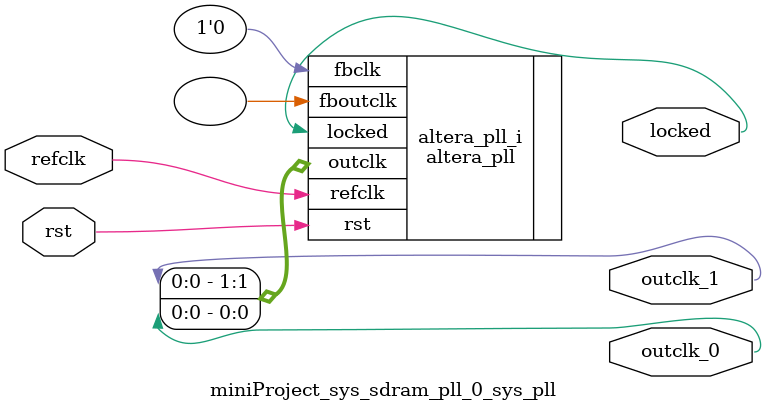
<source format=v>
`timescale 1ns/10ps
module  miniProject_sys_sdram_pll_0_sys_pll(

	// interface 'refclk'
	input wire refclk,

	// interface 'reset'
	input wire rst,

	// interface 'outclk0'
	output wire outclk_0,

	// interface 'outclk1'
	output wire outclk_1,

	// interface 'locked'
	output wire locked
);

	altera_pll #(
		.fractional_vco_multiplier("false"),
		.reference_clock_frequency("50.0 MHz"),
		.operation_mode("direct"),
		.number_of_clocks(2),
		.output_clock_frequency0("50.000000 MHz"),
		.phase_shift0("0 ps"),
		.duty_cycle0(50),
		.output_clock_frequency1("50.000000 MHz"),
		.phase_shift1("-3000 ps"),
		.duty_cycle1(50),
		.output_clock_frequency2("0 MHz"),
		.phase_shift2("0 ps"),
		.duty_cycle2(50),
		.output_clock_frequency3("0 MHz"),
		.phase_shift3("0 ps"),
		.duty_cycle3(50),
		.output_clock_frequency4("0 MHz"),
		.phase_shift4("0 ps"),
		.duty_cycle4(50),
		.output_clock_frequency5("0 MHz"),
		.phase_shift5("0 ps"),
		.duty_cycle5(50),
		.output_clock_frequency6("0 MHz"),
		.phase_shift6("0 ps"),
		.duty_cycle6(50),
		.output_clock_frequency7("0 MHz"),
		.phase_shift7("0 ps"),
		.duty_cycle7(50),
		.output_clock_frequency8("0 MHz"),
		.phase_shift8("0 ps"),
		.duty_cycle8(50),
		.output_clock_frequency9("0 MHz"),
		.phase_shift9("0 ps"),
		.duty_cycle9(50),
		.output_clock_frequency10("0 MHz"),
		.phase_shift10("0 ps"),
		.duty_cycle10(50),
		.output_clock_frequency11("0 MHz"),
		.phase_shift11("0 ps"),
		.duty_cycle11(50),
		.output_clock_frequency12("0 MHz"),
		.phase_shift12("0 ps"),
		.duty_cycle12(50),
		.output_clock_frequency13("0 MHz"),
		.phase_shift13("0 ps"),
		.duty_cycle13(50),
		.output_clock_frequency14("0 MHz"),
		.phase_shift14("0 ps"),
		.duty_cycle14(50),
		.output_clock_frequency15("0 MHz"),
		.phase_shift15("0 ps"),
		.duty_cycle15(50),
		.output_clock_frequency16("0 MHz"),
		.phase_shift16("0 ps"),
		.duty_cycle16(50),
		.output_clock_frequency17("0 MHz"),
		.phase_shift17("0 ps"),
		.duty_cycle17(50),
		.pll_type("General"),
		.pll_subtype("General")
	) altera_pll_i (
		.rst	(rst),
		.outclk	({outclk_1, outclk_0}),
		.locked	(locked),
		.fboutclk	( ),
		.fbclk	(1'b0),
		.refclk	(refclk)
	);
endmodule


</source>
